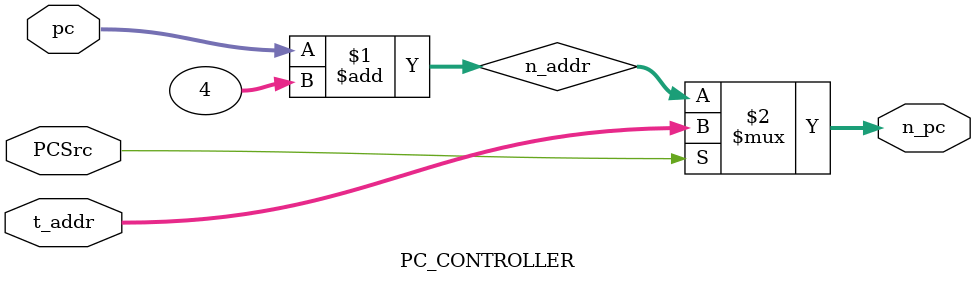
<source format=v>
module PC_CONTROLLER
(	
	input			PCSrc   ,
	input	[31:0] 	t_addr  ,		//target PC
	input	[31:0] 	pc      , 		//from cpu 
	output	[31:0] 	n_pc  
);
	wire	[31:0]	n_addr = pc + 32'd4;
	
	assign	n_pc = PCSrc ? t_addr : n_addr;
	
endmodule

</source>
